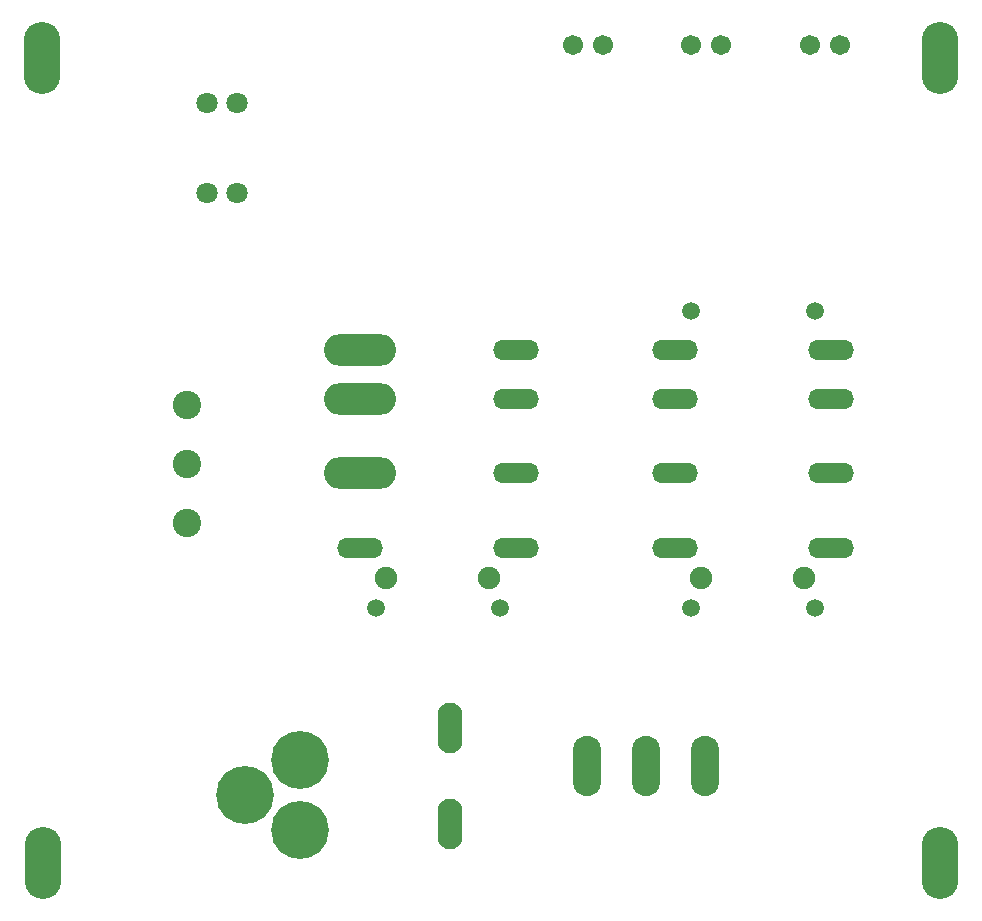
<source format=gts>
G04 Layer: TopSolderMaskLayer*
G04 EasyEDA v6.5.46, 2025-06-26 21:34:50*
G04 Gerber Generator version 0.2*
G04 Scale: 100 percent, Rotated: No, Reflected: No *
G04 Dimensions in millimeters *
G04 leading zeros omitted , absolute positions ,4 integer and 5 decimal *
%FSLAX45Y45*%
%MOMM*%

%ADD10C,1.9016*%
%ADD11C,1.5016*%
%ADD12O,2.4015954X5.10159*%
%ADD13C,2.4016*%
%ADD14C,1.7016*%
%ADD15C,1.8016*%
%ADD16C,4.9022*%
%ADD17O,2.0999958X4.2999914*%
%ADD18O,3.9000175999999995X1.700022*%
%ADD19O,6.100013199999999X2.7000200000000003*%
%ADD20O,3.101594X6.101588*%

%LPD*%
D10*
G01*
X3438499Y2946374D03*
G01*
X4308500Y2946374D03*
G01*
X6105499Y2946374D03*
G01*
X6975500Y2946374D03*
D11*
G01*
X4398492Y2692400D03*
G01*
X3348507Y2692400D03*
G01*
X7065518Y2692400D03*
G01*
X6015532Y2692400D03*
G01*
X6015507Y5207000D03*
G01*
X7065492Y5207000D03*
D12*
G01*
X5138826Y1356588D03*
G01*
X5638825Y1356588D03*
G01*
X6138824Y1356588D03*
D13*
G01*
X1752600Y4411573D03*
G01*
X1752600Y3911574D03*
G01*
X1752600Y3411575D03*
D14*
G01*
X5016525Y7461275D03*
G01*
X5270525Y7461275D03*
G01*
X6019800Y7461275D03*
G01*
X6273800Y7461275D03*
G01*
X7023100Y7461275D03*
G01*
X7277100Y7461275D03*
D15*
G01*
X1917725Y6210274D03*
G01*
X2171725Y6210274D03*
G01*
X2171725Y6972274D03*
G01*
X1917725Y6972274D03*
D16*
G01*
X2241575Y1110995D03*
G01*
X2711475Y811276D03*
G01*
X2711475Y1403095D03*
D17*
G01*
X3975125Y864971D03*
G01*
X3975125Y1675003D03*
D18*
G01*
X3213506Y3201085D03*
G01*
X4533518Y3201085D03*
G01*
X4533518Y3836085D03*
D19*
G01*
X3213506Y3836085D03*
D18*
G01*
X4533518Y4466081D03*
D19*
G01*
X3213506Y4466081D03*
D18*
G01*
X4533518Y4876088D03*
D19*
G01*
X3213506Y4876088D03*
D18*
G01*
X5880506Y3201085D03*
G01*
X7200518Y3201085D03*
G01*
X7200518Y3836085D03*
G01*
X5880506Y3836085D03*
G01*
X7200518Y4466081D03*
G01*
X5880506Y4466081D03*
G01*
X7200518Y4876088D03*
G01*
X5880506Y4876088D03*
D20*
G01*
X520725Y7353300D03*
G01*
X533425Y533425D03*
G01*
X8128000Y533425D03*
G01*
X8128000Y7353300D03*
M02*

</source>
